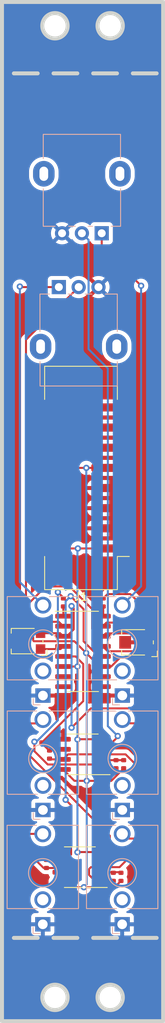
<source format=kicad_pcb>
(kicad_pcb (version 20221018) (generator pcbnew)
  (layers (0 "F.Cu" signal) (31 "B.Cu" signal) (34 "B.Paste" user) (35 "F.Paste" user) (36 "B.SilkS" user "B.Silkscreen") (37 "F.SilkS" user "F.Silkscreen") (38 "B.Mask" user) (39 "F.Mask" user) (44 "Edge.Cuts" user))
  (net 0 "")
  (net 1 "-12V")
  (net 2 "GND")
  (net 3 "+12V")
  (net 4 "+5V")
  (net 5 "CV")
  (net 6 "GATE")
  (net 7 "Net-(J2-PadT)")
  (net 9 "Net-(J3-PadT)")
  (net 11 "Net-(J4-PadT)")
  (net 13 "Net-(J5-PadT)")
  (net 15 "Net-(J6-PadT)")
  (net 17 "Net-(J7-PadT)")
  (net 19 "Net-(U1A--)")
  (net 20 "Net-(R1-Pad2)")
  (net 21 "Net-(R3-Pad1)")
  (net 22 "Net-(U2A-D)")
  (net 23 "Net-(U2A-+)")
  (net 24 "Net-(U1B--)")
  (net 25 "Net-(R7-Pad2)")
  (net 26 "Net-(U3A--)")
  (net 27 "Net-(U2B-D)")
  (net 28 "Net-(U2B-+)")
  (net 29 "Net-(R12-Pad2)")
  (net 30 "Net-(R13-Pad1)")
  (net 31 "Net-(U3B--)")
  (net 32 "Net-(R15-Pad2)")
  (net 33 "Net-(U1A-+)")
  (net 34 "Net-(U2A--)")
  (net 35 "Net-(U2B--)")
  (net 36 "Net-(U3A-+)")
  (footprint "kpm-jlcpcb-basic:R_0402_1005Metric" (layer "F.Cu") (at 32.766 95.7072 90)
    (fp_text reference "R13" hide)
    (fp_text value "10k" hide)
    (pad "1" smd roundrect (at -0.51 0 90) (size 0.54 0.64) (layers "F.Cu" "F.Paste" "F.Mask") (net 30 "Net-(R13-Pad1)"))
    (pad "2" smd roundrect (at 0.51 0 90) (size 0.54 0.64) (layers "F.Cu" "F.Paste" "F.Mask") (net 29 "Net-(R12-Pad2)"))
  )
  (footprint "kpm-jlcpcb-basic:R_0402_1005Metric" (layer "F.Cu") (at 34.3774 116.1034 -90)
    (fp_text reference "R1" hide)
    (fp_text value "56k" hide)
    (pad "1" smd roundrect (at -0.51 0 270) (size 0.54 0.64) (layers "F.Cu" "F.Paste" "F.Mask") (net 19 "Net-(U1A--)"))
    (pad "2" smd roundrect (at 0.51 0 270) (size 0.54 0.64) (layers "F.Cu" "F.Paste" "F.Mask") (net 20 "Net-(R1-Pad2)"))
  )
  (footprint "kpm-jlcpcb-basic:R_0402_1005Metric" (layer "F.Cu") (at 25.9954 114.8862 -90)
    (fp_text reference "R7" hide)
    (fp_text value "56k" hide)
    (pad "1" smd roundrect (at -0.51 0 270) (size 0.54 0.64) (layers "F.Cu" "F.Paste" "F.Mask") (net 24 "Net-(U1B--)"))
    (pad "2" smd roundrect (at 0.51 0 270) (size 0.54 0.64) (layers "F.Cu" "F.Paste" "F.Mask") (net 25 "Net-(R7-Pad2)"))
  )
  (footprint "kpm-jlcpcb-basic:R_0402_1005Metric" (layer "F.Cu") (at 25.4894 113.411 180)
    (fp_text reference "R6" hide)
    (fp_text value "10k" hide)
    (pad "1" smd roundrect (at -0.51 0 180) (size 0.54 0.64) (layers "F.Cu" "F.Paste" "F.Mask") (net 2 "GND"))
    (pad "2" smd roundrect (at 0.51 0 180) (size 0.54 0.64) (layers "F.Cu" "F.Paste" "F.Mask") (net 24 "Net-(U1B--)"))
  )
  (footprint "kpm-jlcpcb-basic:R_0603_1608Metric" (layer "F.Cu") (at 37.1856 110.1222 -90)
    (fp_text reference "R5" hide)
    (fp_text value "560k" hide)
    (pad "1" smd roundrect (at -0.825 0 270) (size 0.8 0.95) (layers "F.Cu" "F.Paste" "F.Mask") (net 23 "Net-(U2A-+)"))
    (pad "2" smd roundrect (at 0.825 0 270) (size 0.8 0.95) (layers "F.Cu" "F.Paste" "F.Mask") (net 9 "Net-(J3-PadT)"))
  )
  (footprint "kpm-jlcpcb-basic:R_0402_1005Metric" (layer "F.Cu") (at 24.7884 98.1456)
    (fp_text reference "R4" hide)
    (fp_text value "100k" hide)
    (pad "1" smd roundrect (at -0.51 0) (size 0.54 0.64) (layers "F.Cu" "F.Paste" "F.Mask") (net 3 "+12V"))
    (pad "2" smd roundrect (at 0.51 0) (size 0.54 0.64) (layers "F.Cu" "F.Paste" "F.Mask") (net 22 "Net-(U2A-D)"))
  )
  (footprint "EuroRackTools:SOP-16_3.9x9.9mm_P1.27mm" (layer "F.Cu") (at 30.2152 101.8794 -90)
    (fp_text reference "U2" hide)
    (fp_text value "XL13700")
    (pad "1" smd roundrect (at -4.445 2.5) (size 2 0.6) (layers "F.Cu" "F.Paste" "F.Mask") (net 21 "Net-(R3-Pad1)"))
    (pad "2" smd roundrect (at -3.175 2.5) (size 2 0.6) (layers "F.Cu" "F.Paste" "F.Mask") (net 22 "Net-(U2A-D)"))
    (pad "3" smd roundrect (at -1.905 2.5) (size 2 0.6) (layers "F.Cu" "F.Paste" "F.Mask") (net 23 "Net-(U2A-+)"))
    (pad "4" smd roundrect (at -0.635 2.5) (size 2 0.6) (layers "F.Cu" "F.Paste" "F.Mask") (net 34 "Net-(U2A--)"))
    (pad "5" smd roundrect (at 0.635 2.5) (size 2 0.6) (layers "F.Cu" "F.Paste" "F.Mask") (net 24 "Net-(U1B--)"))
    (pad "6" smd roundrect (at 1.905 2.5) (size 2 0.6) (layers "F.Cu" "F.Paste" "F.Mask") (net 1 "-12V"))
    (pad "7" smd roundrect (at 3.175 2.5) (size 2 0.6) (layers "F.Cu" "F.Paste" "F.Mask"))
    (pad "8" smd roundrect (at 4.445 2.5) (size 2 0.6) (layers "F.Cu" "F.Paste" "F.Mask"))
    (pad "9" smd roundrect (at 4.445 -2.5) (size 2 0.6) (layers "F.Cu" "F.Paste" "F.Mask"))
    (pad "10" smd roundrect (at 3.175 -2.5) (size 2 0.6) (layers "F.Cu" "F.Paste" "F.Mask"))
    (pad "11" smd roundrect (at 1.905 -2.5) (size 2 0.6) (layers "F.Cu" "F.Paste" "F.Mask") (net 3 "+12V"))
    (pad "12" smd roundrect (at 0.635 -2.5) (size 2 0.6) (layers "F.Cu" "F.Paste" "F.Mask") (net 31 "Net-(U3B--)"))
    (pad "13" smd roundrect (at -0.635 -2.5) (size 2 0.6) (layers "F.Cu" "F.Paste" "F.Mask") (net 35 "Net-(U2B--)"))
    (pad "14" smd roundrect (at -1.905 -2.5) (size 2 0.6) (layers "F.Cu" "F.Paste" "F.Mask") (net 28 "Net-(U2B-+)"))
    (pad "15" smd roundrect (at -3.175 -2.5) (size 2 0.6) (layers "F.Cu" "F.Paste" "F.Mask") (net 27 "Net-(U2B-D)"))
    (pad "16" smd roundrect (at -4.445 -2.5) (size 2 0.6) (layers "F.Cu" "F.Paste" "F.Mask") (net 30 "Net-(R13-Pad1)"))
  )
  (footprint "EuroRackTools:IDC-Header_2x08_P2.54mm_Vertical_SMD" (layer "F.Cu") (at 29.962 80.01 -90)
    (fp_text reference "J1" (at 14.97 0) (layer "F.SilkS"))
    (fp_text value "EuroPower16")
    (pad "1" smd roundrect (at 8.89 -3.8 180) (size 5 1.02) (layers "F.Cu" "F.Paste" "F.Mask") (net 1 "-12V"))
    (pad "2" smd roundrect (at 8.89 3.8 180) (size 5 1.02) (layers "F.Cu" "F.Paste" "F.Mask") (net 1 "-12V"))
    (pad "3" smd roundrect (at 6.35 -3.8 180) (size 5 1.02) (layers "F.Cu" "F.Paste" "F.Mask") (net 2 "GND"))
    (pad "4" smd roundrect (at 6.35 3.8 180) (size 5 1.02) (layers "F.Cu" "F.Paste" "F.Mask") (net 2 "GND"))
    (pad "5" smd roundrect (at 3.81 -3.8 180) (size 5 1.02) (layers "F.Cu" "F.Paste" "F.Mask") (net 2 "GND"))
    (pad "6" smd roundrect (at 3.81 3.8 180) (size 5 1.02) (layers "F.Cu" "F.Paste" "F.Mask") (net 2 "GND"))
    (pad "7" smd roundrect (at 1.27 -3.8 180) (size 5 1.02) (layers "F.Cu" "F.Paste" "F.Mask") (net 2 "GND"))
    (pad "8" smd roundrect (at 1.27 3.8 180) (size 5 1.02) (layers "F.Cu" "F.Paste" "F.Mask") (net 2 "GND"))
    (pad "9" smd roundrect (at -1.27 -3.8 180) (size 5 1.02) (layers "F.Cu" "F.Paste" "F.Mask") (net 3 "+12V"))
    (pad "10" smd roundrect (at -1.27 3.8 180) (size 5 1.02) (layers "F.Cu" "F.Paste" "F.Mask") (net 3 "+12V"))
    (pad "11" smd roundrect (at -3.81 -3.8 180) (size 5 1.02) (layers "F.Cu" "F.Paste" "F.Mask") (net 4 "+5V"))
    (pad "12" smd roundrect (at -3.81 3.8 180) (size 5 1.02) (layers "F.Cu" "F.Paste" "F.Mask") (net 4 "+5V"))
    (pad "13" smd roundrect (at -6.35 -3.8 180) (size 5 1.02) (layers "F.Cu" "F.Paste" "F.Mask") (net 5 "CV"))
    (pad "14" smd roundrect (at -6.35 3.8 180) (size 5 1.02) (layers "F.Cu" "F.Paste" "F.Mask") (net 5 "CV"))
    (pad "15" smd roundrect (at -8.89 -3.8 180) (size 5 1.02) (layers "F.Cu" "F.Paste" "F.Mask") (net 6 "GATE"))
    (pad "16" smd roundrect (at -8.89 3.8 180) (size 5 1.02) (layers "F.Cu" "F.Paste" "F.Mask") (net 6 "GATE"))
  )
  (footprint "kpm-jlcpcb-basic:R_0603_1608Metric" (layer "F.Cu") (at 37.1856 124.651 -90)
    (fp_text reference "R8" hide)
    (fp_text value "1k" hide)
    (pad "1" smd roundrect (at -0.825 0 270) (size 0.8 0.95) (layers "F.Cu" "F.Paste" "F.Mask") (net 25 "Net-(R7-Pad2)"))
    (pad "2" smd roundrect (at 0.825 0 270) (size 0.8 0.95) (layers "F.Cu" "F.Paste" "F.Mask") (net 11 "Net-(J4-PadT)"))
  )
  (footprint "EuroRackTools:Potentiometer_Bourns_TC33X_Vertical" (layer "F.Cu") (at 23.0632 100.584)
    (fp_text reference "RV2" hide)
    (fp_text value "R_Potentiometer_Trim_US" hide)
    (pad "1" smd rect (at 1.8 1 180) (size 1.2 1.2) (layers "F.Cu" "F.Paste" "F.Mask") (net 34 "Net-(U2A--)"))
    (pad "2" smd rect (at -1.45 0 180) (size 1.5 1.6) (layers "F.Cu" "F.Paste" "F.Mask") (net 2 "GND"))
    (pad "3" smd rect (at 1.8 -1 180) (size 1.2 1.2) (layers "F.Cu" "F.Paste" "F.Mask") (net 23 "Net-(U2A-+)"))
  )
  (footprint "EuroRackTools:Potentiometer_Bourns_TC33X_Vertical" (layer "F.Cu") (at 36.984 100.7364)
    (fp_text reference "RV3" hide)
    (fp_text value "R_Potentiometer_Trim_US" hide)
    (pad "1" smd rect (at 1.8 1 180) (size 1.2 1.2) (layers "F.Cu" "F.Paste" "F.Mask") (net 35 "Net-(U2B--)"))
    (pad "2" smd rect (at -1.45 0 180) (size 1.5 1.6) (layers "F.Cu" "F.Paste" "F.Mask") (net 2 "GND"))
    (pad "3" smd rect (at 1.8 -1 180) (size 1.2 1.2) (layers "F.Cu" "F.Paste" "F.Mask") (net 28 "Net-(U2B-+)"))
  )
  (footprint "kpm-jlcpcb-basic:R_0402_1005Metric" (layer "F.Cu") (at 35.0012 130.304 90)
    (fp_text reference "R9" hide)
    (fp_text value "56k" hide)
    (pad "1" smd roundrect (at -0.51 0 90) (size 0.54 0.64) (layers "F.Cu" "F.Paste" "F.Mask") (net 3 "+12V"))
    (pad "2" smd roundrect (at 0.51 0 90) (size 0.54 0.64) (layers "F.Cu" "F.Paste" "F.Mask") (net 26 "Net-(U3A--)"))
  )
  (footprint "kpm-jlcpcb-basic:R_0402_1005Metric" (layer "F.Cu") (at 34.036 130.302 -90)
    (fp_text reference "R12" hide)
    (fp_text value "56k" hide)
    (pad "1" smd roundrect (at -0.51 0 270) (size 0.54 0.64) (layers "F.Cu" "F.Paste" "F.Mask") (net 26 "Net-(U3A--)"))
    (pad "2" smd roundrect (at 0.51 0 270) (size 0.54 0.64) (layers "F.Cu" "F.Paste" "F.Mask") (net 29 "Net-(R12-Pad2)"))
  )
  (footprint "kpm-jlcpcb-basic:R_0402_1005Metric" (layer "F.Cu") (at 25.6032 128.6764 -90)
    (fp_text reference "R15" hide)
    (fp_text value "56k" hide)
    (pad "1" smd roundrect (at -0.51 0 270) (size 0.54 0.64) (layers "F.Cu" "F.Paste" "F.Mask") (net 31 "Net-(U3B--)"))
    (pad "2" smd roundrect (at 0.51 0 270) (size 0.54 0.64) (layers "F.Cu" "F.Paste" "F.Mask") (net 32 "Net-(R15-Pad2)"))
  )
  (footprint "kpm-jlcpcb-basic:R_0603_1608Metric" (layer "F.Cu") (at 23.114 110.1344 -90)
    (fp_text reference "R11" hide)
    (fp_text value "560k" hide)
    (pad "1" smd roundrect (at -0.825 0 270) (size 0.8 0.95) (layers "F.Cu" "F.Paste" "F.Mask") (net 28 "Net-(U2B-+)"))
    (pad "2" smd roundrect (at 0.825 0 270) (size 0.8 0.95) (layers "F.Cu" "F.Paste" "F.Mask") (net 15 "Net-(J6-PadT)"))
  )
  (footprint "kpm-jlcpcb-basic:R_0402_1005Metric" (layer "F.Cu") (at 25.148 127.2032 180)
    (fp_text reference "R14" hide)
    (fp_text value "10k" hide)
    (pad "1" smd roundrect (at -0.51 0 180) (size 0.54 0.64) (layers "F.Cu" "F.Paste" "F.Mask") (net 2 "GND"))
    (pad "2" smd roundrect (at 0.51 0 180) (size 0.54 0.64) (layers "F.Cu" "F.Paste" "F.Mask") (net 31 "Net-(U3B--)"))
  )
  (footprint "kpm-jlcpcb-basic:R_0402_1005Metric" (layer "F.Cu") (at 35.3426 116.1034 90)
    (fp_text reference "R2" hide)
    (fp_text value "56k" hide)
    (pad "1" smd roundrect (at -0.51 0 90) (size 0.54 0.64) (layers "F.Cu" "F.Paste" "F.Mask") (net 3 "+12V"))
    (pad "2" smd roundrect (at 0.51 0 90) (size 0.54 0.64) (layers "F.Cu" "F.Paste" "F.Mask") (net 19 "Net-(U1A--)"))
  )
  (footprint "kpm-jlcpcb-basic:SOIC-8_3.9x4.9mm_P1.27mm" (layer "F.Cu") (at 30.1752 114.8588 90)
    (fp_text reference "U1" hide)
    (fp_text value "TL072CDT")
    (pad "1" smd roundrect (at -1.905 2.475 180) (size 1.95 0.6) (layers "F.Cu" "F.Paste" "F.Mask") (net 20 "Net-(R1-Pad2)"))
    (pad "2" smd roundrect (at -0.635 2.475 180) (size 1.95 0.6) (layers "F.Cu" "F.Paste" "F.Mask") (net 19 "Net-(U1A--)"))
    (pad "3" smd roundrect (at 0.635 2.475 180) (size 1.95 0.6) (layers "F.Cu" "F.Paste" "F.Mask") (net 33 "Net-(U1A-+)"))
    (pad "4" smd roundrect (at 1.905 2.475 180) (size 1.95 0.6) (layers "F.Cu" "F.Paste" "F.Mask") (net 1 "-12V"))
    (pad "5" smd roundrect (at 1.905 -2.475 180) (size 1.95 0.6) (layers "F.Cu" "F.Paste" "F.Mask") (net 2 "GND"))
    (pad "6" smd roundrect (at 0.635 -2.475 180) (size 1.95 0.6) (layers "F.Cu" "F.Paste" "F.Mask") (net 24 "Net-(U1B--)"))
    (pad "7" smd roundrect (at -0.635 -2.475 180) (size 1.95 0.6) (layers "F.Cu" "F.Paste" "F.Mask") (net 25 "Net-(R7-Pad2)"))
    (pad "8" smd roundrect (at -1.905 -2.475 180) (size 1.95 0.6) (layers "F.Cu" "F.Paste" "F.Mask") (net 3 "+12V"))
  )
  (footprint "kpm-jlcpcb-basic:R_0603_1608Metric" (layer "F.Cu") (at 23.0124 124.6002 -90)
    (fp_text reference "R16" hide)
    (fp_text value "1k" hide)
    (pad "1" smd roundrect (at -0.825 0 270) (size 0.8 0.95) (layers "F.Cu" "F.Paste" "F.Mask") (net 32 "Net-(R15-Pad2)"))
    (pad "2" smd roundrect (at 0.825 0 270) (size 0.8 0.95) (layers "F.Cu" "F.Paste" "F.Mask") (net 17 "Net-(J7-PadT)"))
  )
  (footprint "kpm-jlcpcb-basic:R_0402_1005Metric" (layer "F.Cu") (at 27.7368 95.7052 90)
    (fp_text reference "R3" hide)
    (fp_text value "10k" hide)
    (pad "1" smd roundrect (at -0.51 0 90) (size 0.54 0.64) (layers "F.Cu" "F.Paste" "F.Mask") (net 21 "Net-(R3-Pad1)"))
    (pad "2" smd roundrect (at 0.51 0 90) (size 0.54 0.64) (layers "F.Cu" "F.Paste" "F.Mask") (net 20 "Net-(R1-Pad2)"))
  )
  (footprint "kpm-jlcpcb-basic:SOIC-8_3.9x4.9mm_P1.27mm" (layer "F.Cu") (at 29.8196 129.0828 90)
    (fp_text reference "U3" hide)
    (fp_text value "TL072CDT")
    (pad "1" smd roundrect (at -1.905 2.475 180) (size 1.95 0.6) (layers "F.Cu" "F.Paste" "F.Mask") (net 29 "Net-(R12-Pad2)"))
    (pad "2" smd roundrect (at -0.635 2.475 180) (size 1.95 0.6) (layers "F.Cu" "F.Paste" "F.Mask") (net 26 "Net-(U3A--)"))
    (pad "3" smd roundrect (at 0.635 2.475 180) (size 1.95 0.6) (layers "F.Cu" "F.Paste" "F.Mask") (net 36 "Net-(U3A-+)"))
    (pad "4" smd roundrect (at 1.905 2.475 180) (size 1.95 0.6) (layers "F.Cu" "F.Paste" "F.Mask") (net 1 "-12V"))
    (pad "5" smd roundrect (at 1.905 -2.475 180) (size 1.95 0.6) (layers "F.Cu" "F.Paste" "F.Mask") (net 2 "GND"))
    (pad "6" smd roundrect (at 0.635 -2.475 180) (size 1.95 0.6) (layers "F.Cu" "F.Paste" "F.Mask") (net 31 "Net-(U3B--)"))
    (pad "7" smd roundrect (at -0.635 -2.475 180) (size 1.95 0.6) (layers "F.Cu" "F.Paste" "F.Mask") (net 32 "Net-(R15-Pad2)"))
    (pad "8" smd roundrect (at -1.905 -2.475 180) (size 1.95 0.6) (layers "F.Cu" "F.Paste" "F.Mask") (net 3 "+12V"))
  )
  (footprint "kpm-jlcpcb-basic:R_0402_1005Metric" (layer "F.Cu") (at 35.56 98.2472 180)
    (fp_text reference "R10" hide)
    (fp_text value "100k" hide)
    (pad "1" smd roundrect (at -0.51 0 180) (size 0.54 0.64) (layers "F.Cu" "F.Paste" "F.Mask") (net 3 "+12V"))
    (pad "2" smd roundrect (at 0.51 0 180) (size 0.54 0.64) (layers "F.Cu" "F.Paste" "F.Mask") (net 27 "Net-(U2B-D)"))
  )
  (footprint "EuroRackTools:Jack_3.5mm_QingPu_WQP-PJ398SM_Vertical_CircularHoles" (layer "B.Cu") (at 35.1727 121.8739)
    (fp_text reference "J3" hide)
    (fp_text value "Thonkiconn")
    (pad "S" thru_hole rect (at 0 0 180) (size 1.93 1.83) (drill 1.22) (layers "*.Cu" "*.Mask") (net 2 "GND"))
    (pad "T" thru_hole circle (at 0 -11.4 180) (size 2.13 2.13) (drill 1.43) (layers "*.Cu" "*.Mask") (net 9 "Net-(J3-PadT)"))
    (pad "TN" thru_hole circle (at 0 -3.1 180) (size 2.13 2.13) (drill 1.42) (layers "*.Cu" "*.Mask"))
    (zone (net 0) (net_name "") (layer "B.Cu") (connect_pads (clearance 0)) (min_thickness 0.254)
      (keepout (tracks not_allowed) (vias not_allowed) (pads not_allowed) (copperpour not_allowed) (footprints not_allowed))
      (fill (thermal_gap 0.508) (thermal_bridge_width 0.508))
      (polygon (pts (xy 36.677841 115.3939) (xy 36.65763 115.639729) (xy 36.597541 115.878955) (xy 36.499186 116.105156) (xy 36.365208 116.312255) (xy 36.199204 116.49469) (xy 36.005632 116.647564) (xy 35.789692 116.766769) (xy 35.557182 116.849106) (xy 35.314346 116.892361) (xy 35.067707 116.895375) (xy 34.823887 116.858065) (xy 34.589434 116.781434) (xy 34.370646 116.66754) (xy 34.173397 116.519442) (xy 34.002986 116.341116) (xy 33.863988 116.137352) (xy 33.760136 115.913622) (xy 33.694219 115.675935) (xy 33.668008 115.430674) (xy 33.682207 115.184425) (xy 33.736434 114.943801) (xy 33.829232 114.715266) (xy 33.958111 114.504955) (xy 34.119608 114.318518) (xy 34.309387 114.160961) (xy 34.52235 114.036515) (xy 34.752779 113.948523) (xy 34.994485 113.899347) (xy 35.240978 113.890308) (xy 35.485636 113.92165) (xy 35.721891 113.99253) (xy 35.943397 114.101044) (xy 36.144205 114.244279) (xy 36.318923 114.418388) (xy 36.462858 114.618695) (xy 36.572145 114.839821) (xy 36.643849 115.075826) (xy 36.676044 115.320374)))
    )
  )
  (footprint "EuroRackTools:Potentiometer_Alpha_RD901F-40-00D_Single_Vertical" (layer "B.Cu") (at 32.5736 49.159 90)
    (fp_text reference "RV1" hide)
    (fp_text value "AlphaPot")
    (pad "" thru_hole oval (at 7.5 -7.3) (size 2.72 3.24) (drill oval 1.1 1.8) (layers "*.Cu" "*.Mask"))
    (pad "" thru_hole oval (at 7.5 2.3) (size 2.72 3.24) (drill oval 1.1 1.8) (layers "*.Cu" "*.Mask"))
    (pad "1" thru_hole rect (at 0 0) (size 1.8 1.8) (drill 1) (layers "*.Cu" "*.Mask") (net 7 "Net-(J2-PadT)"))
    (pad "2" thru_hole circle (at 0 -2.5) (size 1.8 1.8) (drill 1) (layers "*.Cu" "*.Mask") (net 33 "Net-(U1A-+)"))
    (pad "3" thru_hole circle (at 0 -5) (size 1.8 1.8) (drill 1) (layers "*.Cu" "*.Mask") (net 2 "GND"))
  )
  (footprint "EuroRackTools:Jack_3.5mm_QingPu_WQP-PJ398SM_Vertical_CircularHoles" (layer "B.Cu") (at 25.146 136.2852)
    (fp_text reference "J7" hide)
    (fp_text value "Thonkiconn")
    (pad "S" thru_hole rect (at 0 0 180) (size 1.93 1.83) (drill 1.22) (layers "*.Cu" "*.Mask") (net 2 "GND"))
    (pad "T" thru_hole circle (at 0 -11.4 180) (size 2.13 2.13) (drill 1.43) (layers "*.Cu" "*.Mask") (net 17 "Net-(J7-PadT)"))
    (pad "TN" thru_hole circle (at 0 -3.1 180) (size 2.13 2.13) (drill 1.42) (layers "*.Cu" "*.Mask"))
    (zone (net 0) (net_name "") (layer "B.Cu") (connect_pads (clearance 0)) (min_thickness 0.254)
      (keepout (tracks not_allowed) (vias not_allowed) (pads not_allowed) (copperpour not_allowed) (footprints not_allowed))
      (fill (thermal_gap 0.508) (thermal_bridge_width 0.508))
      (polygon (pts (xy 26.651141 129.8052) (xy 26.63093 130.051029) (xy 26.570841 130.290255) (xy 26.472486 130.516456) (xy 26.338508 130.723555) (xy 26.172504 130.90599) (xy 25.978932 131.058864) (xy 25.762992 131.178069) (xy 25.530482 131.260406) (xy 25.287646 131.303661) (xy 25.041007 131.306675) (xy 24.797187 131.269365) (xy 24.562734 131.192734) (xy 24.343946 131.07884) (xy 24.146697 130.930742) (xy 23.976286 130.752416) (xy 23.837288 130.548652) (xy 23.733436 130.324922) (xy 23.667519 130.087235) (xy 23.641308 129.841974) (xy 23.655507 129.595725) (xy 23.709734 129.355101) (xy 23.802532 129.126566) (xy 23.931411 128.916255) (xy 24.092908 128.729818) (xy 24.282687 128.572261) (xy 24.49565 128.447815) (xy 24.726079 128.359823) (xy 24.967785 128.310647) (xy 25.214278 128.301608) (xy 25.458936 128.33295) (xy 25.695191 128.40383) (xy 25.916697 128.512344) (xy 26.117505 128.655579) (xy 26.292223 128.829688) (xy 26.436158 129.029995) (xy 26.545445 129.251121) (xy 26.617149 129.487126) (xy 26.649344 129.731674)))
    )
  )
  (footprint "EuroRackTools:Jack_3.5mm_QingPu_WQP-PJ398SM_Vertical_CircularHoles" (layer "B.Cu") (at 25.1651 107.4467)
    (fp_text reference "J5" hide)
    (fp_text value "Thonkiconn")
    (pad "S" thru_hole rect (at 0 0 180) (size 1.93 1.83) (drill 1.22) (layers "*.Cu" "*.Mask") (net 2 "GND"))
    (pad "T" thru_hole circle (at 0 -11.4 180) (size 2.13 2.13) (drill 1.43) (layers "*.Cu" "*.Mask") (net 13 "Net-(J5-PadT)"))
    (pad "TN" thru_hole circle (at 0 -3.1 180) (size 2.13 2.13) (drill 1.42) (layers "*.Cu" "*.Mask"))
    (zone (net 0) (net_name "") (layer "B.Cu") (connect_pads (clearance 0)) (min_thickness 0.254)
      (keepout (tracks not_allowed) (vias not_allowed) (pads not_allowed) (copperpour not_allowed) (footprints not_allowed))
      (fill (thermal_gap 0.508) (thermal_bridge_width 0.508))
      (polygon (pts (xy 26.670241 100.9667) (xy 26.65003 101.212529) (xy 26.589941 101.451755) (xy 26.491586 101.677956) (xy 26.357608 101.885055) (xy 26.191604 102.06749) (xy 25.998032 102.220364) (xy 25.782092 102.339569) (xy 25.549582 102.421906) (xy 25.306746 102.465161) (xy 25.060107 102.468175) (xy 24.816287 102.430865) (xy 24.581834 102.354234) (xy 24.363046 102.24034) (xy 24.165797 102.092242) (xy 23.995386 101.913916) (xy 23.856388 101.710152) (xy 23.752536 101.486422) (xy 23.686619 101.248735) (xy 23.660408 101.003474) (xy 23.674607 100.757225) (xy 23.728834 100.516601) (xy 23.821632 100.288066) (xy 23.950511 100.077755) (xy 24.112008 99.891318) (xy 24.301787 99.733761) (xy 24.51475 99.609315) (xy 24.745179 99.521323) (xy 24.986885 99.472147) (xy 25.233378 99.463108) (xy 25.478036 99.49445) (xy 25.714291 99.56533) (xy 25.935797 99.673844) (xy 26.136605 99.817079) (xy 26.311323 99.991188) (xy 26.455258 100.191495) (xy 26.564545 100.412621) (xy 26.636249 100.648626) (xy 26.668444 100.893174)))
    )
  )
  (footprint "EuroRackTools:Potentiometer_Alpha_RD901F-40-00D_Single_Vertical" (layer "B.Cu") (at 27.1672 55.9462 -90)
    (fp_text reference "RV4" hide)
    (fp_text value "AlphaPot")
    (pad "" thru_hole oval (at 7.5 -7.3 180) (size 2.72 3.24) (drill oval 1.1 1.8) (layers "*.Cu" "*.Mask"))
    (pad "" thru_hole oval (at 7.5 2.3 180) (size 2.72 3.24) (drill oval 1.1 1.8) (layers "*.Cu" "*.Mask"))
    (pad "1" thru_hole rect (at 0 0 180) (size 1.8 1.8) (drill 1) (layers "*.Cu" "*.Mask") (net 13 "Net-(J5-PadT)"))
    (pad "2" thru_hole circle (at 0 -2.5 180) (size 1.8 1.8) (drill 1) (layers "*.Cu" "*.Mask") (net 36 "Net-(U3A-+)"))
    (pad "3" thru_hole circle (at 0 -5 180) (size 1.8 1.8) (drill 1) (layers "*.Cu" "*.Mask") (net 2 "GND"))
  )
  (footprint "EuroRackTools:Jack_3.5mm_QingPu_WQP-PJ398SM_Vertical_CircularHoles" (layer "B.Cu") (at 35.1727 107.4467)
    (fp_text reference "J2" hide)
    (fp_text value "Thonkiconn")
    (pad "S" thru_hole rect (at 0 0 180) (size 1.93 1.83) (drill 1.22) (layers "*.Cu" "*.Mask") (net 2 "GND"))
    (pad "T" thru_hole circle (at 0 -11.4 180) (size 2.13 2.13) (drill 1.43) (layers "*.Cu" "*.Mask") (net 7 "Net-(J2-PadT)"))
    (pad "TN" thru_hole circle (at 0 -3.1 180) (size 2.13 2.13) (drill 1.42) (layers "*.Cu" "*.Mask"))
    (zone (net 0) (net_name "") (layer "B.Cu") (connect_pads (clearance 0)) (min_thickness 0.254)
      (keepout (tracks not_allowed) (vias not_allowed) (pads not_allowed) (copperpour not_allowed) (footprints not_allowed))
      (fill (thermal_gap 0.508) (thermal_bridge_width 0.508))
      (polygon (pts (xy 36.677841 100.9667) (xy 36.65763 101.212529) (xy 36.597541 101.451755) (xy 36.499186 101.677956) (xy 36.365208 101.885055) (xy 36.199204 102.06749) (xy 36.005632 102.220364) (xy 35.789692 102.339569) (xy 35.557182 102.421906) (xy 35.314346 102.465161) (xy 35.067707 102.468175) (xy 34.823887 102.430865) (xy 34.589434 102.354234) (xy 34.370646 102.24034) (xy 34.173397 102.092242) (xy 34.002986 101.913916) (xy 33.863988 101.710152) (xy 33.760136 101.486422) (xy 33.694219 101.248735) (xy 33.668008 101.003474) (xy 33.682207 100.757225) (xy 33.736434 100.516601) (xy 33.829232 100.288066) (xy 33.958111 100.077755) (xy 34.119608 99.891318) (xy 34.309387 99.733761) (xy 34.52235 99.609315) (xy 34.752779 99.521323) (xy 34.994485 99.472147) (xy 35.240978 99.463108) (xy 35.485636 99.49445) (xy 35.721891 99.56533) (xy 35.943397 99.673844) (xy 36.144205 99.817079) (xy 36.318923 99.991188) (xy 36.462858 100.191495) (xy 36.572145 100.412621) (xy 36.643849 100.648626) (xy 36.676044 100.893174)))
    )
  )
  (footprint "EuroRackTools:Jack_3.5mm_QingPu_WQP-PJ398SM_Vertical_CircularHoles" (layer "B.Cu") (at 25.1651 121.8739)
    (fp_text reference "J6" hide)
    (fp_text value "Thonkiconn")
    (pad "S" thru_hole rect (at 0 0 180) (size 1.93 1.83) (drill 1.22) (layers "*.Cu" "*.Mask") (net 2 "GND"))
    (pad "T" thru_hole circle (at 0 -11.4 180) (size 2.13 2.13) (drill 1.43) (layers "*.Cu" "*.Mask") (net 15 "Net-(J6-PadT)"))
    (pad "TN" thru_hole circle (at 0 -3.1 180) (size 2.13 2.13) (drill 1.42) (layers "*.Cu" "*.Mask"))
    (zone (net 0) (net_name "") (layer "B.Cu") (connect_pads (clearance 0)) (min_thickness 0.254)
      (keepout (tracks not_allowed) (vias not_allowed) (pads not_allowed) (copperpour not_allowed) (footprints not_allowed))
      (fill (thermal_gap 0.508) (thermal_bridge_width 0.508))
      (polygon (pts (xy 26.670241 115.3939) (xy 26.65003 115.639729) (xy 26.589941 115.878955) (xy 26.491586 116.105156) (xy 26.357608 116.312255) (xy 26.191604 116.49469) (xy 25.998032 116.647564) (xy 25.782092 116.766769) (xy 25.549582 116.849106) (xy 25.306746 116.892361) (xy 25.060107 116.895375) (xy 24.816287 116.858065) (xy 24.581834 116.781434) (xy 24.363046 116.66754) (xy 24.165797 116.519442) (xy 23.995386 116.341116) (xy 23.856388 116.137352) (xy 23.752536 115.913622) (xy 23.686619 115.675935) (xy 23.660408 115.430674) (xy 23.674607 115.184425) (xy 23.728834 114.943801) (xy 23.821632 114.715266) (xy 23.950511 114.504955) (xy 24.112008 114.318518) (xy 24.301787 114.160961) (xy 24.51475 114.036515) (xy 24.745179 113.948523) (xy 24.986885 113.899347) (xy 25.233378 113.890308) (xy 25.478036 113.92165) (xy 25.714291 113.99253) (xy 25.935797 114.101044) (xy 26.136605 114.244279) (xy 26.311323 114.418388) (xy 26.455258 114.618695) (xy 26.564545 114.839821) (xy 26.636249 115.075826) (xy 26.668444 115.320374)))
    )
  )
  (footprint "EuroRackTools:Jack_3.5mm_QingPu_WQP-PJ398SM_Vertical_CircularHoles" (layer "B.Cu") (at 35.1536 136.2852)
    (fp_text reference "J4" hide)
    (fp_text value "Thonkiconn")
    (pad "S" thru_hole rect (at 0 0 180) (size 1.93 1.83) (drill 1.22) (layers "*.Cu" "*.Mask") (net 2 "GND"))
    (pad "T" thru_hole circle (at 0 -11.4 180) (size 2.13 2.13) (drill 1.43) (layers "*.Cu" "*.Mask") (net 11 "Net-(J4-PadT)"))
    (pad "TN" thru_hole circle (at 0 -3.1 180) (size 2.13 2.13) (drill 1.42) (layers "*.Cu" "*.Mask"))
    (zone (net 0) (net_name "") (layer "B.Cu") (connect_pads (clearance 0)) (min_thickness 0.254)
      (keepout (tracks not_allowed) (vias not_allowed) (pads not_allowed) (copperpour not_allowed) (footprints not_allowed))
      (fill (thermal_gap 0.508) (thermal_bridge_width 0.508))
      (polygon (pts (xy 36.658741 129.8052) (xy 36.63853 130.051029) (xy 36.578441 130.290255) (xy 36.480086 130.516456) (xy 36.346108 130.723555) (xy 36.180104 130.90599) (xy 35.986532 131.058864) (xy 35.770592 131.178069) (xy 35.538082 131.260406) (xy 35.295246 131.303661) (xy 35.048607 131.306675) (xy 34.804787 131.269365) (xy 34.570334 131.192734) (xy 34.351546 131.07884) (xy 34.154297 130.930742) (xy 33.983886 130.752416) (xy 33.844888 130.548652) (xy 33.741036 130.324922) (xy 33.675119 130.087235) (xy 33.648908 129.841974) (xy 33.663107 129.595725) (xy 33.717334 129.355101) (xy 33.810132 129.126566) (xy 33.939011 128.916255) (xy 34.100508 128.729818) (xy 34.290287 128.572261) (xy 34.50325 128.447815) (xy 34.733679 128.359823) (xy 34.975385 128.310647) (xy 35.221878 128.301608) (xy 35.466536 128.33295) (xy 35.702791 128.40383) (xy 35.924297 128.512344) (xy 36.125105 128.655579) (xy 36.299823 128.829688) (xy 36.443758 129.029995) (xy 36.553045 129.251121) (xy 36.624749 129.487126) (xy 36.656944 129.731674)))
    )
  )
  (gr_line (start 26.5 138) (end 29.5 138) (stroke (width 0.5)) (layer "Edge.Cuts"))
  (gr_line (start 31.5 138) (end 34.5 138) (stroke (width 0.5)) (layer "Edge.Cuts"))
  (gr_line (start 26.5 29) (end 29.5 29) (stroke (width 0.5)) (layer "Edge.Cuts"))
  (gr_circle (center 33.64 23) (end 33.64 24.6) (stroke (width 0.5)) (fill none) (layer "Edge.Cuts"))
  (gr_line (start 31.5 29) (end 34.5 29) (stroke (width 0.5)) (layer "Edge.Cuts"))
  (gr_line (start 36.5 29) (end 39.5 29) (stroke (width 0.5)) (layer "Edge.Cuts"))
  (gr_circle (center 33.64 145.5) (end 33.64 147.1) (stroke (width 0.5)) (fill none) (layer "Edge.Cuts"))
  (gr_circle (center 26.68 23) (end 26.68 24.6) (stroke (width 0.5)) (fill none) (layer "Edge.Cuts"))
  (gr_circle (center 26.68 145.5) (end 26.68 147.1) (stroke (width 0.5)) (fill none) (layer "Edge.Cuts"))
  (gr_line (start 21.5 138) (end 24.5 138) (stroke (width 0.5)) (layer "Edge.Cuts"))
  (gr_line (start 36.5 138) (end 39.5 138) (stroke (width 0.5)) (layer "Edge.Cuts"))
  (gr_line (start 21.5 29) (end 24.5 29) (stroke (width 0.5)) (layer "Edge.Cuts"))
  (gr_rect (start 20 20) (end 40.32 148.5) (stroke (width 0.5)) (fill none) (layer "Edge.Cuts"))
  (segment (start 27.7156 103.784) (end 29.5148 103.784) (width 0.25) (layer "F.Cu") (net 1))
  (segment (start 32.2944 127.178) (end 29.5402 127.178) (width 0.25) (layer "F.Cu") (net 1))
  (segment (start 27.7156 103.784) (end 27.7152 103.7844) (width 0.25) (layer "F.Cu") (net 1))
  (segment (start 26.162 88.9) (end 26.2228 88.9) (width 0.25) (layer "F.Cu") (net 1))
  (segment (start 26.2228 88.9) (end 29.5656 88.9) (width 0.25) (layer "F.Cu") (net 1))
  (segment (start 32.2946 127.178) (end 32.2944 127.178) (width 0.25) (layer "F.Cu") (net 1))
  (segment (start 29.5656 88.9) (end 33.762 88.9) (width 0.25) (layer "F.Cu") (net 1))
  (segment (start 32.2944 127.178) (end 32.2946 127.1778) (width 0.25) (layer "F.Cu") (net 1))
  (segment (start 32.65 112.954) (end 29.5402 112.954) (width 0.25) (layer "F.Cu") (net 1))
  (segment (start 32.6502 112.954) (end 32.65 112.954) (width 0.25) (layer "F.Cu") (net 1))
  (segment (start 33.762 88.9) (end 33.8228 88.9) (width 0.25) (layer "F.Cu") (net 1))
  (segment (start 32.65 112.954) (end 32.6502 112.9538) (width 0.25) (layer "F.Cu") (net 1))
  (segment (start 29.5402 127.178) (end 29.5148 127.203) (width 0.25) (layer "F.Cu") (net 1))
  (segment (start 27.7152 103.784) (end 27.7156 103.784) (width 0.25) (layer "F.Cu") (net 1))
  (segment (start 29.5402 112.954) (end 29.5148 112.979) (width 0.25) (layer "F.Cu") (net 1))
  (via (at 29.5148 112.979) (size 0.8) (drill 0.4) (layers "F.Cu" "B.Cu") (net 1))
  (via (at 29.5148 127.203) (size 0.8) (drill 0.4) (layers "F.Cu" "B.Cu") (net 1))
  (via (at 29.5656 88.9) (size 0.8) (drill 0.4) (layers "F.Cu" "B.Cu") (net 1))
  (via (at 29.5148 103.784) (size 0.8) (drill 0.4) (layers "F.Cu" "B.Cu") (net 1))
  (segment (start 29.5148 112.979) (end 29.5148 103.784) (width 0.25) (layer "B.Cu") (net 1))
  (segment (start 29.5148 127.203) (end 29.5148 112.979) (width 0.25) (layer "B.Cu") (net 1))
  (segment (start 29.5148 103.784) (end 29.5148 88.9508) (width 0.25) (layer "B.Cu") (net 1))
  (segment (start 29.5148 88.9508) (end 29.5656 88.9) (width 0.25) (layer "B.Cu") (net 1))
  (segment (start 39.709 98.8114) (end 39.1448 98.2472) (width 0.25) (layer "F.Cu") (net 3))
  (segment (start 27.3446 130.988) (end 27.9696 131.613) (width 0.25) (layer "F.Cu") (net 3))
  (segment (start 27.7002 116.7638) (end 27.7002 116.764) (width 0.25) (layer "F.Cu") (net 3))
  (segment (start 23.9382 98.4858) (end 24.2784 98.1456) (width 0.25) (layer "F.Cu") (net 3))
  (segment (start 32.7152 103.7844) (end 32.7152 103.784) (width 0.25) (layer "F.Cu") (net 3))
  (segment (start 30.3276 131.613) (end 34.2057 131.613) (width 0.25) (layer "F.Cu") (net 3))
  (segment (start 27.9696 131.613) (end 30.3276 131.613) (width 0.25) (layer "F.Cu") (net 3))
  (segment (start 32.7152 103.784) (end 33.7692 103.784) (width 0.25) (layer "F.Cu") (net 3))
  (segment (start 39.1448 98.2472) (end 36.07 98.2472) (width 0.25) (layer "F.Cu") (net 3))
  (segment (start 27.3446 130.988) (end 27.3446 130.9878) (width 0.25) (layer "F.Cu") (net 3))
  (segment (start 39.54 102.661) (end 39.709 102.492) (width 0.25) (layer "F.Cu") (net 3))
  (segment (start 30.6832 118.198) (end 33.7827 118.198) (width 0.25) (layer "F.Cu") (net 3))
  (segment (start 33.7827 118.198) (end 35.3426 116.638) (width 0.25) (layer "F.Cu") (net 3))
  (segment (start 27.7002 116.764) (end 29.1345 118.198) (width 0.25) (layer "F.Cu") (net 3))
  (segment (start 39.709 102.492) (end 39.709 98.8114) (width 0.25) (layer "F.Cu") (net 3))
  (segment (start 23.9382 100.509) (end 23.9382 98.4858) (width 0.25) (layer "F.Cu") (net 3))
  (segment (start 35.3426 116.638) (end 35.3426 116.6134) (width 0.25) (layer "F.Cu") (net 3))
  (segment (start 29.1345 118.198) (end 30.6832 118.198) (width 0.25) (layer "F.Cu") (net 3))
  (segment (start 34.8922 102.661) (end 39.54 102.661) (width 0.25) (layer "F.Cu") (net 3))
  (segment (start 26.162 78.74) (end 30.6324 78.74) (width 0.25) (layer "F.Cu") (net 3))
  (segment (start 24.0286 100.599) (end 23.9382 100.509) (width 0.25) (layer "F.Cu") (net 3))
  (segment (start 33.7692 103.784) (end 34.8922 102.661) (width 0.25) (layer "F.Cu") (net 3))
  (segment (start 34.2057 131.613) (end 35.0012 130.817) (width 0.25) (layer "F.Cu") (net 3))
  (segment (start 29.1284 100.599) (end 24.0286 100.599) (width 0.25) (layer "F.Cu") (net 3))
  (segment (start 30.6093 102.08) (end 32.3134 103.784) (width 0.25) (layer "F.Cu") (net 3))
  (segment (start 35.3426 116.6134) (end 35.3426 116.613) (width 0.25) (layer "F.Cu") (net 3))
  (segment (start 30.6324 78.74) (end 33.762 78.74) (width 0.25) (layer "F.Cu") (net 3))
  (segment (start 30.6093 102.08) (end 29.1284 100.599) (width 0.25) (layer "F.Cu") (net 3))
  (segment (start 35.0012 130.817) (end 35.0012 130.814) (width 0.25) (layer "F.Cu") (net 3))
  (segment (start 32.3134 103.784) (end 32.7152 103.784) (width 0.25) (layer "F.Cu") (net 3))
  (via (at 30.3276 131.613) (size 0.8) (drill 0.4) (layers "F.Cu" "B.Cu") (net 3))
  (via (at 30.6324 78.74) (size 0.8) (drill 0.4) (layers "F.Cu" "B.Cu") (net 3))
  (via (at 30.6832 118.198) (size 0.8) (drill 0.4) (layers "F.Cu" "B.Cu") (net 3))
  (via (at 30.6093 102.08) (size 0.8) (drill 0.4) (layers "F.Cu" "B.Cu") (net 3))
  (segment (start 30.6832 118.198) (end 30.6832 131.257) (width 0.25) (layer "B.Cu") (net 3))
  (segment (start 30.6832 102.154) (end 30.6832 118.198) (width 0.25) (layer "B.Cu") (net 3))
  (segment (start 30.6324 78.74) (end 30.6324 102.057) (width 0.25) (layer "B.Cu") (net 3))
  (segment (start 30.6324 102.057) (end 30.6093 102.08) (width 0.25) (layer "B.Cu") (net 3))
  (segment (start 30.6832 131.257) (end 30.3276 131.613) (width 0.25) (layer "B.Cu") (net 3))
  (segment (start 30.6093 102.08) (end 30.6832 102.154) (width 0.25) (layer "B.Cu") (net 3))
  (segment (start 33.762 76.2) (end 26.162 76.2) (width 0.25) (layer "F.Cu") (net 4))
  (segment (start 26.162 73.66) (end 33.762 73.66) (width 0.25) (layer "F.Cu") (net 5))
  (segment (start 33.762 71.12) (end 26.162 71.12) (width 0.25) (layer "F.Cu") (net 6))
  (segment (start 32.5736 50.8108) (end 37.5412 55.7784) (width 0.25) (layer "F.Cu") (net 7))
  (segment (start 32.5736 49.159) (end 32.5736 50.8108) (width 0.25) (layer "F.Cu") (net 7))
  (via (at 37.5412 55.7784) (size 0.8) (drill 0.4) (layers "F.Cu" "B.Cu") (net 7))
  (segment (start 37.5412 93.6781) (end 35.1727 96.0467) (width 0.25) (layer "B.Cu") (net 7))
  (segment (start 37.5412 55.7784) (end 37.5412 93.6781) (width 0.25) (layer "B.Cu") (net 7))
  (segment (start 37.1856 110.947) (end 35.646 110.947) (width 0.25) (layer "F.Cu") (net 9))
  (segment (start 35.646 110.947) (end 35.1727 110.474) (width 0.25) (layer "F.Cu") (net 9))
  (segment (start 37.1856 110.9472) (end 37.1856 110.947) (width 0.25) (layer "F.Cu") (net 9))
  (segment (start 35.1727 110.4739) (end 35.1727 110.474) (width 0.25) (layer "F.Cu") (net 9))
  (segment (start 37.1856 125.476) (end 35.7444 125.476) (width 0.25) (layer "F.Cu") (net 11))
  (segment (start 35.449 125.1805) (end 35.1536 124.885) (width 0.25) (layer "F.Cu") (net 11))
  (segment (start 35.7444 125.476) (end 35.449 125.1805) (width 0.25) (layer "F.Cu") (net 11))
  (segment (start 35.449 125.1805) (end 35.4489 125.1805) (width 0.25) (layer "F.Cu") (net 11))
  (segment (start 35.4489 125.1805) (end 35.1536 124.8852) (width 0.25) (layer "F.Cu") (net 11))
  (segment (start 22.3166 55.9462) (end 22.2504 55.88) (width 0.25) (layer "F.Cu") (net 13))
  (segment (start 27.1672 55.9462) (end 22.3166 55.9462) (width 0.25) (layer "F.Cu") (net 13))
  (via (at 22.2504 55.88) (size 0.8) (drill 0.4) (layers "F.Cu" "B.Cu") (net 13))
  (segment (start 22.2504 55.88) (end 22.2504 93.132) (width 0.25) (layer "B.Cu") (net 13))
  (segment (start 22.2504 93.132) (end 25.1651 96.0467) (width 0.25) (layer "B.Cu") (net 13))
  (segment (start 23.1144 110.959) (end 23.114 110.9594) (width 0.25) (layer "F.Cu") (net 15))
  (segment (start 24.9225 110.7165) (end 25.1651 110.4739) (width 0.25) (layer "F.Cu") (net 15))
  (segment (start 23.114 110.959) (end 23.1144 110.959) (width 0.25) (layer "F.Cu") (net 15))
  (segment (start 24.9223 110.7165) (end 25.1651 110.474) (width 0.25) (layer "F.Cu") (net 15))
  (segment (start 24.9223 110.7165) (end 24.9225 110.7165) (width 0.25) (layer "F.Cu") (net 15))
  (segment (start 23.1144 110.959) (end 24.6795 110.959) (width 0.25) (layer "F.Cu") (net 15))
  (segment (start 24.6795 110.959) (end 24.9223 110.7165) (width 0.25) (layer "F.Cu") (net 15))
  (segment (start 25.1458 124.885) (end 25.146 124.8852) (width 0.25) (layer "F.Cu") (net 17))
  (segment (start 25.146 124.885) (end 25.1458 124.885) (width 0.25) (layer "F.Cu") (net 17))
  (segment (start 23.5524 124.885) (end 23.0124 125.425) (width 0.25) (layer "F.Cu") (net 17))
  (segment (start 25.1458 124.885) (end 23.5524 124.885) (width 0.25) (layer "F.Cu") (net 17))
  (segment (start 23.0124 125.425) (end 23.0124 125.4252) (width 0.25) (layer "F.Cu") (net 17))
  (segment (start 35.3422 115.593) (end 34.377 115.593) (width 0.25) (layer "F.Cu") (net 19))
  (segment (start 34.377 115.593) (end 32.7498 115.593) (width 0.25) (layer "F.Cu") (net 19))
  (segment (start 32.7 115.5435) (end 32.6502 115.494) (width 0.25) (layer "F.Cu") (net 19))
  (segment (start 35.3426 115.593) (end 35.3422 115.593) (width 0.25) (layer "F.Cu") (net 19))
  (segment (start 32.6999 115.5435) (end 32.6502 115.4938) (width 0.25) (layer "F.Cu") (net 19))
  (segment (start 34.377 115.593) (end 34.3774 115.5934) (width 0.25) (layer "F.Cu") (net 19))
  (segment (start 35.3422 115.593) (end 35.3426 115.5934) (width 0.25) (layer "F.Cu") (net 19))
  (segment (start 32.7 115.5435) (end 32.6999 115.5435) (width 0.25) (layer "F.Cu") (net 19))
  (segment (start 32.7498 115.593) (end 32.7 115.5435) (width 0.25) (layer "F.Cu") (net 19))
  (segment (start 33.7609 116.764) (end 34.227 116.764) (width 0.25) (layer "F.Cu") (net 20))
  (segment (start 33.7609 116.764) (end 33.1349 116.138) (width 0.25) (layer "F.Cu") (net 20))
  (segment (start 34.227 116.764) (end 34.3022 116.6885) (width 0.25) (layer "F.Cu") (net 20))
  (segment (start 25.7647 116.138) (end 24.0906 114.4639) (width 0.25) (layer "F.Cu") (net 20))
  (segment (start 27.0447 94.4134) (end 27.7368 95.1055) (width 0.25) (layer "F.Cu") (net 20))
  (segment (start 34.3023 116.6885) (end 34.3774 116.6134) (width 0.25) (layer "F.Cu") (net 20))
  (segment (start 24.0906 114.4639) (end 24.0906 113.2645) (width 0.25) (layer "F.Cu") (net 20))
  (segment (start 34.3022 116.6885) (end 34.3023 116.6885) (width 0.25) (layer "F.Cu") (net 20))
  (segment (start 34.3022 116.6885) (end 34.3774 116.613) (width 0.25) (layer "F.Cu") (net 20))
  (segment (start 32.6502 116.764) (end 32.6504 116.764) (width 0.25) (layer "F.Cu") (net 20))
  (segment (start 32.6504 116.764) (end 33.7609 116.764) (width 0.25) (layer "F.Cu") (net 20))
  (segment (start 27.7368 95.1055) (end 27.7368 95.1952) (width 0.25) (layer "F.Cu") (net 20))
  (segment (start 33.1349 116.138) (end 25.7647 116.138) (width 0.25) (layer "F.Cu") (net 20))
  (segment (start 32.6504 116.764) (end 32.6502 116.7638) (width 0.25) (layer "F.Cu") (net 20))
  (via (at 27.0447 94.4134) (size 0.8) (drill 0.4) (layers "F.Cu" "B.Cu") (net 20))
  (via (at 24.0906 113.2645) (size 0.8) (drill 0.4) (layers "F.Cu" "B.Cu") (net 20))
  (segment (start 24.3459 113.2645) (end 27.0447 110.5657) (width 0.25) (layer "B.Cu") (net 20))
  (segment (start 27.0447 110.5657) (end 27.0447 94.4134) (width 0.25) (layer "B.Cu") (net 20))
  (segment (start 24.0906 113.2645) (end 24.3459 113.2645) (width 0.25) (layer "B.Cu") (net 20))
  (segment (start 27.7368 97.4128) (end 27.7152 97.4344) (width 0.25) (layer "F.Cu") (net 21))
  (segment (start 27.7368 96.2152) (end 27.7368 97.4128) (width 0.25) (layer "F.Cu") (net 21))
  (segment (start 27.1564 98.1456) (end 27.7152 98.7044) (width 0.25) (layer "F.Cu") (net 22))
  (segment (start 25.2984 98.1456) (end 27.1564 98.1456) (width 0.25) (layer "F.Cu") (net 22))
  (segment (start 29.041 96.4377) (end 28.7691 96.1658) (width 0.25) (layer "F.Cu") (net 23))
  (segment (start 36.9523 109.0639) (end 37.1856 109.2972) (width 0.25) (layer "F.Cu") (net 23))
  (segment (start 28.7691 111.4989) (end 31.2041 109.0639) (width 0.25) (layer "F.Cu") (net 23))
  (segment (start 27.3248 99.584) (end 27.6664 99.9256) (width 0.25) (layer "F.Cu") (net 23))
  (segment (start 31.2041 109.0639) (end 36.9523 109.0639) (width 0.25) (layer "F.Cu") (net 23))
  (segment (start 24.8632 99.584) (end 27.3248 99.584) (width 0.25) (layer "F.Cu") (net 23))
  (segment (start 27.6664 99.9256) (end 28.2204 99.9256) (width 0.25) (layer "F.Cu") (net 23))
  (segment (start 29.041 99.105) (end 29.041 96.4377) (width 0.25) (layer "F.Cu") (net 23))
  (segment (start 27.6664 99.9256) (end 27.7152 99.9744) (width 0.25) (layer "F.Cu") (net 23))
  (segment (start 28.2204 99.9256) (end 29.041 99.105) (width 0.25) (layer "F.Cu") (net 23))
  (via (at 28.7691 96.1658) (size 0.8) (drill 0.4) (layers "F.Cu" "B.Cu") (net 23))
  (via (at 28.7691 111.4989) (size 0.8) (drill 0.4) (layers "F.Cu" "B.Cu") (net 23))
  (segment (start 28.7691 96.1658) (end 28.7691 111.4989) (width 0.25) (layer "B.Cu") (net 23))
  (segment (start 25.9954 114.376) (end 25.9446 114.376) (width 0.25) (layer "F.Cu") (net 24))
  (segment (start 25.9446 114.376) (end 24.9794 113.411) (width 0.25) (layer "F.Cu") (net 24))
  (segment (start 27.7 114.224) (end 26.1478 114.224) (width 0.25) (layer "F.Cu") (net 24))
  (segment (start 27.7152 102.5144) (end 29.2843 102.5144) (width 0.25) (layer "F.Cu") (net 24))
  (segment (start 27.7002 114.224) (end 27.7 114.224) (width 0.25) (layer "F.Cu") (net 24))
  (segment (start 26.1478 114.224) (end 26.0716 114.3) (width 0.25) (layer "F.Cu") (net 24))
  (segment (start 29.2843 102.5144) (end 30.248 103.4781) (width 0.25) (layer "F.Cu") (net 24))
  (segment (start 27.7 114.224) (end 27.7002 114.2238) (width 0.25) (layer "F.Cu") (net 24))
  (segment (start 26.0716 114.3) (end 25.9954 114.3762) (width 0.25) (layer "F.Cu") (net 24))
  (segment (start 26.0716 114.3) (end 25.9954 114.376) (width 0.25) (layer "F.Cu") (net 24))
  (segment (start 30.248 108.1424) (end 24.9794 113.411) (width 0.25) (layer "F.Cu") (net 24))
  (segment (start 30.248 103.4781) (end 30.248 108.1424) (width 0.25) (layer "F.Cu") (net 24))
  (segment (start 27.7 115.494) (end 26.093 115.494) (width 0.25) (layer "F.Cu") (net 25))
  (segment (start 26.0442 115.445) (end 25.9954 115.3962) (width 0.25) (layer "F.Cu") (net 25))
  (segment (start 26.0442 115.445) (end 25.9954 115.396) (width 0.25) (layer "F.Cu") (net 25))
  (segment (start 35.5831 114.8589) (end 37.1856 116.4614) (width 0.25) (layer "F.Cu") (net 25))
  (segment (start 28.3351 114.8589) (end 35.5831 114.8589) (width 0.25) (layer "F.Cu") (net 25))
  (segment (start 37.1856 116.4614) (end 37.1856 123.826) (width 0.25) (layer "F.Cu") (net 25))
  (segment (start 27.7002 115.494) (end 27.7 115.494) (width 0.25) (layer "F.Cu") (net 25))
  (segment (start 27.7002 115.4938) (end 28.3351 114.8589) (width 0.25) (layer "F.Cu") (net 25))
  (segment (start 27.7 115.494) (end 27.7002 115.4938) (width 0.25) (layer "F.Cu") (net 25))
  (segment (start 26.093 115.494) (end 26.0442 115.445) (width 0.25) (layer "F.Cu") (net 25))
  (segment (start 32.2948 129.718) (end 33.9724 129.718) (width 0.25) (layer "F.Cu") (net 26))
  (segment (start 33.9724 129.718) (end 34.036 129.7816) (width 0.25) (layer "F.Cu") (net 26))
  (segment (start 34.925 129.718) (end 35.0012 129.794) (width 0.25) (layer "F.Cu") (net 26))
  (segment (start 32.2948 129.718) (end 32.2946 129.7178) (width 0.25) (layer "F.Cu") (net 26))
  (segment (start 33.9724 129.718) (end 34.925 129.718) (width 0.25) (layer "F.Cu") (net 26))
  (segment (start 34.036 129.7816) (end 34.036 129.792) (width 0.25) (layer "F.Cu") (net 26))
  (segment (start 32.2946 129.718) (end 32.2948 129.718) (width 0.25) (layer "F.Cu") (net 26))
  (segment (start 33.1724 98.2472) (end 35.05 98.2472) (width 0.25) (layer "F.Cu") (net 27))
  (segment (start 32.7152 98.7044) (end 33.1724 98.2472) (width 0.25) (layer "F.Cu") (net 27))
  (segment (start 31.3634 99.037) (end 31.3634 96.5411) (width 0.25) (layer "F.Cu") (net 28))
  (segment (start 23.4766 95.7227) (end 23.4766 108.9468) (width 0.25) (layer "F.Cu") (net 28))
  (segment (start 32.3008 99.9744) (end 31.3634 99.037) (width 0.25) (layer "F.Cu") (net 28))
  (segment (start 25.5126 93.6867) (end 23.4766 95.7227) (width 0.25) (layer "F.Cu") (net 28))
  (segment (start 38.659 99.6114) (end 38.784 99.7364) (width 0.25) (layer "F.Cu") (net 28))
  (segment (start 33.0782 99.6114) (end 38.659 99.6114) (width 0.25) (layer "F.Cu") (net 28))
  (segment (start 32.7152 99.9744) (end 33.0782 99.6114) (width 0.25) (layer "F.Cu") (net 28))
  (segment (start 31.3634 96.5411) (end 28.509 93.6867) (width 0.25) (layer "F.Cu") (net 28))
  (segment (start 23.4766 108.9468) (end 23.114 109.3094) (width 0.25) (layer "F.Cu") (net 28))
  (segment (start 32.7152 99.9744) (end 32.3008 99.9744) (width 0.25) (layer "F.Cu") (net 28))
  (segment (start 28.509 93.6867) (end 25.5126 93.6867) (width 0.25) (layer "F.Cu") (net 28))
  (segment (start 30.9855 130.0693) (end 30.9855 129.3105) (width 0.25) (layer "F.Cu") (net 29))
  (segment (start 40.1746 98.6403) (end 36.1884 94.6541) (width 0.25) (layer "F.Cu") (net 29))
  (segment (start 32.2946 130.988) (end 32.2948 130.988) (width 0.25) (layer "F.Cu") (net 29))
  (segment (start 34.8202 129.0829) (end 40.1746 123.7285) (width 0.25) (layer "F.Cu") (net 29))
  (segment (start 31.904 130.9878) (end 30.9855 130.0693) (width 0.25) (layer "F.Cu") (net 29))
  (segment (start 32.2946 130.9878) (end 31.904 130.9878) (width 0.25) (layer "F.Cu") (net 29))
  (segment (start 33.3091 94.6541) (end 32.766 95.1972) (width 0.25) (layer "F.Cu") (net 29))
  (segment (start 36.1884 94.6541) (end 33.3091 94.6541) (width 0.25) (layer "F.Cu") (net 29))
  (segment (start 32.2948 130.988) (end 32.2946 130.9878) (width 0.25) (layer "F.Cu") (net 29))
  (segment (start 40.1746 123.7285) (end 40.1746 98.6403) (width 0.25) (layer "F.Cu") (net 29))
  (segment (start 30.9855 129.3105) (end 31.2131 129.0829) (width 0.25) (layer "F.Cu") (net 29))
  (segment (start 32.2948 130.988) (end 33.8602 130.988) (width 0.25) (layer "F.Cu") (net 29))
  (segment (start 33.8602 130.988) (end 34.036 130.812) (width 0.25) (layer "F.Cu") (net 29))
  (segment (start 31.2131 129.0829) (end 34.8202 129.0829) (width 0.25) (layer "F.Cu") (net 29))
  (segment (start 32.766 96.2172) (end 32.766 97.3836) (width 0.25) (layer "F.Cu") (net 30))
  (segment (start 32.766 97.3836) (end 32.7152 97.4344) (width 0.25) (layer "F.Cu") (net 30))
  (segment (start 32.1908 102.5144) (end 32.7152 102.5144) (width 0.25) (layer "F.Cu") (net 31))
  (segment (start 25.6032 128.166) (end 27.0632 128.166) (width 0.25) (layer "F.Cu") (net 31))
  (segment (start 30.2902 100.6138) (end 32.1908 102.5144) (width 0.25) (layer "F.Cu") (net 31))
  (segment (start 24.638 127.203) (end 24.6382 127.203) (width 0.25) (layer "F.Cu") (net 31))
  (segment (start 24.6382 127.203) (end 24.638 127.2032) (width 0.25) (layer "F.Cu") (net 31))
  (segment (start 27.3446 128.4478) (end 27.3445 128.4479) (width 0.25) (layer "F.Cu") (net 31))
  (segment (start 24.6382 127.203) (end 24.64 127.203) (width 0.25) (layer "F.Cu") (net 31))
  (segment (start 28.7175 127.4814) (end 28.7175 121.2784) (width 0.25) (layer "F.Cu") (net 31))
  (segment (start 24.64 127.203) (end 25.6032 128.166) (width 0.25) (layer "F.Cu") (net 31))
  (segment (start 27.3446 128.4478) (end 27.7511 128.4478) (width 0.25) (layer "F.Cu") (net 31))
  (segment (start 28.6604 94.9188) (end 30.2902 96.5486) (width 0.25) (layer "F.Cu") (net 31))
  (segment (start 28.7175 121.2784) (end 28.0233 120.5842) (width 0.25) (layer "F.Cu") (net 31))
  (segment (start 25.6032 128.166) (end 25.6032 128.1664) (width 0.25) (layer "F.Cu") (net 31))
  (segment (start 30.2902 96.5486) (end 30.2902 100.6138) (width 0.25) (layer "F.Cu") (net 31))
  (segment (start 27.7511 128.4478) (end 28.7175 127.4814) (width 0.25) (layer "F.Cu") (net 31))
  (segment (start 27.3445 128.4479) (end 27.3446 128.448) (width 0.25) (layer "F.Cu") (net 31))
  (segment (start 27.0632 128.166) (end 27.3445 128.4479) (width 0.25) (layer "F.Cu") (net 31))
  (via (at 28.0233 120.5842) (size 0.8) (drill 0.4) (layers "F.Cu" "B.Cu") (net 31))
  (via (at 28.6604 94.9188) (size 0.8) (drill 0.4) (layers "F.Cu" "B.Cu") (net 31))
  (segment (start 28.0233 120.5842) (end 28.0233 95.5559) (width 0.25) (layer "B.Cu") (net 31))
  (segment (start 28.0233 95.5559) (end 28.6604 94.9188) (width 0.25) (layer "B.Cu") (net 31))
  (segment (start 27.3445 129.7179) (end 27.3446 129.718) (width 0.25) (layer "F.Cu") (net 32))
  (segment (start 25.6036 129.186) (end 26.8132 129.186) (width 0.25) (layer "F.Cu") (net 32))
  (segment (start 22.2124 124.575) (end 22.2124 126.149) (width 0.25) (layer "F.Cu") (net 32))
  (segment (start 27.3446 129.7178) (end 27.3445 129.7179) (width 0.25) (layer "F.Cu") (net 32))
  (segment (start 23.0124 123.775) (end 23.0123 123.7751) (width 0.25) (layer "F.Cu") (net 32))
  (segment (start 22.2124 126.149) (end 25.2496 129.186) (width 0.25) (layer "F.Cu") (net 32))
  (segment (start 25.2496 129.186) (end 25.6036 129.186) (width 0.25) (layer "F.Cu") (net 32))
  (segment (start 26.8132 129.186) (end 27.3445 129.7179) (width 0.25) (layer "F.Cu") (net 32))
  (segment (start 23.0123 123.7751) (end 22.2124 124.575) (width 0.25) (layer "F.Cu") (net 32))
  (segment (start 25.6036 129.186) (end 25.6032 129.1864) (width 0.25) (layer "F.Cu") (net 32))
  (segment (start 23.0124 123.7752) (end 23.0123 123.7751) (width 0.25) (layer "F.Cu") (net 32))
  (segment (start 34.5923 112.6599) (end 34.5923 112.5473) (width 0.25) (layer "F.Cu") (net 33))
  (segment (start 33.0284 114.2238) (end 34.5923 112.6599) (width 0.25) (layer "F.Cu") (net 33))
  (segment (start 32.6502 114.2238) (end 33.0284 114.2238) (width 0.25) (layer "F.Cu") (net 33))
  (via (at 34.5923 112.5473) (size 0.8) (drill 0.4) (layers "F.Cu" "B.Cu") (net 33))
  (segment (start 30.9172 63.7723) (end 30.9172 50.0026) (width 0.25) (layer "B.Cu") (net 33))
  (segment (start 33.3429 111.2979) (end 33.3429 66.198) (width 0.25) (layer "B.Cu") (net 33))
  (segment (start 30.9172 50.0026) (end 30.0736 49.159) (width 0.25) (layer "B.Cu") (net 33))
  (segment (start 33.3429 66.198) (end 30.9172 63.7723) (width 0.25) (layer "B.Cu") (net 33))
  (segment (start 34.5923 112.5473) (end 33.3429 111.2979) (width 0.25) (layer "B.Cu") (net 33))
  (segment (start 27.5454 101.414) (end 27.5456 101.414) (width 0.25) (layer "F.Cu") (net 34))
  (segment (start 27.5454 101.414) (end 27.7152 101.244) (width 0.25) (layer "F.Cu") (net 34))
  (segment (start 27.3756 101.584) (end 27.5454 101.414) (width 0.25) (layer "F.Cu") (net 34))
  (segment (start 24.8632 101.584) (end 27.3756 101.584) (width 0.25) (layer "F.Cu") (net 34))
  (segment (start 27.5456 101.414) (end 27.7152 101.2444) (width 0.25) (layer "F.Cu") (net 34))
  (segment (start 38.784 101.736) (end 38.7215 101.7985) (width 0.25) (layer "F.Cu") (net 35))
  (segment (start 33.0233 101.5525) (end 32.7152 101.2444) (width 0.25) (layer "F.Cu") (net 35))
  (segment (start 33.0237 101.5525) (end 33.0233 101.5525) (width 0.25) (layer "F.Cu") (net 35))
  (segment (start 33.3322 101.861) (end 33.0237 101.5525) (width 0.25) (layer "F.Cu") (net 35))
  (segment (start 33.0237 101.5525) (end 32.7152 101.244) (width 0.25) (layer "F.Cu") (net 35))
  (segment (start 38.7219 101.7985) (end 38.784 101.7364) (width 0.25) (layer "F.Cu") (net 35))
  (segment (start 38.7215 101.7985) (end 38.7219 101.7985) (width 0.25) (layer "F.Cu") (net 35))
  (segment (start 38.659 101.861) (end 33.3322 101.861) (width 0.25) (layer "F.Cu") (net 35))
  (segment (start 38.7215 101.7985) (end 38.659 101.861) (width 0.25) (layer "F.Cu") (net 35))
  (segment (start 33.5954 127.5695) (end 32.7171 128.4478) (width 0.25) (layer "F.Cu") (net 36))
  (segment (start 33.5954 125.1201) (end 33.5954 127.5695) (width 0.25) (layer "F.Cu") (net 36))
  (segment (start 23.0264 108.1176) (end 22.306 108.838) (width 0.25) (layer "F.Cu") (net 36))
  (segment (start 32.7171 128.4478) (end 32.2946 128.4478) (width 0.25) (layer "F.Cu") (net 36))
  (segment (start 22.306 108.838) (end 22.306 113.8307) (width 0.25) (layer "F.Cu") (net 36))
  (segment (start 22.306 113.8307) (end 33.5954 125.1201) (width 0.25) (layer "F.Cu") (net 36))
  (segment (start 23.0264 62.587) (end 23.0264 108.1176) (width 0.25) (layer "F.Cu") (net 36))
  (segment (start 29.6672 55.9462) (end 23.0264 62.587) (width 0.25) (layer "F.Cu") (net 36))
  (zone (net 2) (net_name "GND") (layer "F.Cu") (connect_pads (clearance 0.5)) (min_thickness 0.25) (fill yes (thermal_gap 0.5) (thermal_bridge_width 0.5))
    (polygon (pts (xy 20 20) (xy 40.32 20) (xy 40.32 148.5) (xy 20 148.5)))
  )
  (zone (net 2) (net_name "GND") (layer "B.Cu") (connect_pads (clearance 0.5)) (min_thickness 0.25) (fill yes (thermal_gap 0.5) (thermal_bridge_width 0.5))
    (polygon (pts (xy 20 20) (xy 40.32 20) (xy 40.32 148.5) (xy 20 148.5)))
  )
)
</source>
